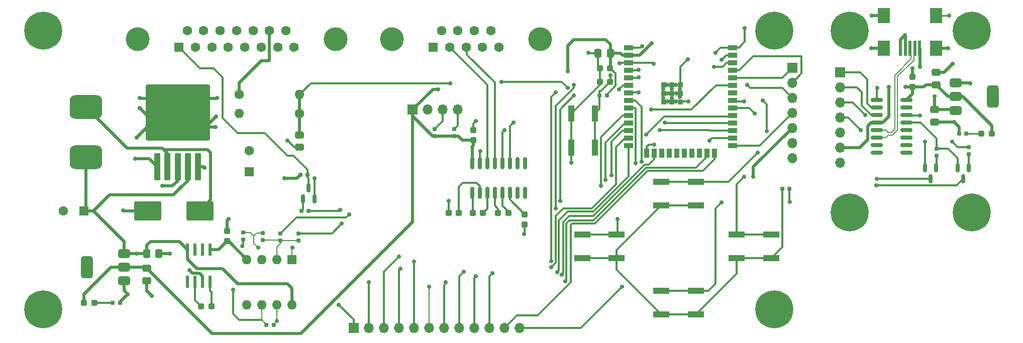
<source format=gbr>
%TF.GenerationSoftware,KiCad,Pcbnew,8.0.4*%
%TF.CreationDate,2024-07-28T20:36:00+02:00*%
%TF.ProjectId,BLDC_driver,424c4443-5f64-4726-9976-65722e6b6963,rev?*%
%TF.SameCoordinates,Original*%
%TF.FileFunction,Copper,L1,Top*%
%TF.FilePolarity,Positive*%
%FSLAX46Y46*%
G04 Gerber Fmt 4.6, Leading zero omitted, Abs format (unit mm)*
G04 Created by KiCad (PCBNEW 8.0.4) date 2024-07-28 20:36:00*
%MOMM*%
%LPD*%
G01*
G04 APERTURE LIST*
G04 Aperture macros list*
%AMRoundRect*
0 Rectangle with rounded corners*
0 $1 Rounding radius*
0 $2 $3 $4 $5 $6 $7 $8 $9 X,Y pos of 4 corners*
0 Add a 4 corners polygon primitive as box body*
4,1,4,$2,$3,$4,$5,$6,$7,$8,$9,$2,$3,0*
0 Add four circle primitives for the rounded corners*
1,1,$1+$1,$2,$3*
1,1,$1+$1,$4,$5*
1,1,$1+$1,$6,$7*
1,1,$1+$1,$8,$9*
0 Add four rect primitives between the rounded corners*
20,1,$1+$1,$2,$3,$4,$5,0*
20,1,$1+$1,$4,$5,$6,$7,0*
20,1,$1+$1,$6,$7,$8,$9,0*
20,1,$1+$1,$8,$9,$2,$3,0*%
G04 Aperture macros list end*
%TA.AperFunction,SMDPad,CuDef*%
%ADD10R,0.500000X2.500000*%
%TD*%
%TA.AperFunction,SMDPad,CuDef*%
%ADD11R,2.000000X2.500000*%
%TD*%
%TA.AperFunction,SMDPad,CuDef*%
%ADD12R,2.800000X1.000000*%
%TD*%
%TA.AperFunction,SMDPad,CuDef*%
%ADD13R,1.000000X2.800000*%
%TD*%
%TA.AperFunction,ComponentPad*%
%ADD14R,1.700000X1.700000*%
%TD*%
%TA.AperFunction,ComponentPad*%
%ADD15O,1.700000X1.700000*%
%TD*%
%TA.AperFunction,SMDPad,CuDef*%
%ADD16RoundRect,0.160000X0.160000X-0.197500X0.160000X0.197500X-0.160000X0.197500X-0.160000X-0.197500X0*%
%TD*%
%TA.AperFunction,SMDPad,CuDef*%
%ADD17RoundRect,0.375000X-0.625000X-0.375000X0.625000X-0.375000X0.625000X0.375000X-0.625000X0.375000X0*%
%TD*%
%TA.AperFunction,SMDPad,CuDef*%
%ADD18RoundRect,0.500000X-0.500000X-1.400000X0.500000X-1.400000X0.500000X1.400000X-0.500000X1.400000X0*%
%TD*%
%TA.AperFunction,SMDPad,CuDef*%
%ADD19RoundRect,0.375000X0.625000X0.375000X-0.625000X0.375000X-0.625000X-0.375000X0.625000X-0.375000X0*%
%TD*%
%TA.AperFunction,SMDPad,CuDef*%
%ADD20RoundRect,0.500000X0.500000X1.400000X-0.500000X1.400000X-0.500000X-1.400000X0.500000X-1.400000X0*%
%TD*%
%TA.AperFunction,SMDPad,CuDef*%
%ADD21RoundRect,0.250000X-2.000000X1.400000X-2.000000X-1.400000X2.000000X-1.400000X2.000000X1.400000X0*%
%TD*%
%TA.AperFunction,SMDPad,CuDef*%
%ADD22R,0.900000X0.900000*%
%TD*%
%TA.AperFunction,SMDPad,CuDef*%
%ADD23R,1.500000X0.900000*%
%TD*%
%TA.AperFunction,SMDPad,CuDef*%
%ADD24R,0.900000X1.500000*%
%TD*%
%TA.AperFunction,SMDPad,CuDef*%
%ADD25RoundRect,0.150000X-0.825000X-0.150000X0.825000X-0.150000X0.825000X0.150000X-0.825000X0.150000X0*%
%TD*%
%TA.AperFunction,SMDPad,CuDef*%
%ADD26RoundRect,0.150000X0.150000X-0.850000X0.150000X0.850000X-0.150000X0.850000X-0.150000X-0.850000X0*%
%TD*%
%TA.AperFunction,SMDPad,CuDef*%
%ADD27R,0.600000X2.000000*%
%TD*%
%TA.AperFunction,ComponentPad*%
%ADD28O,1.600000X1.600000*%
%TD*%
%TA.AperFunction,ComponentPad*%
%ADD29R,1.600000X1.600000*%
%TD*%
%TA.AperFunction,SMDPad,CuDef*%
%ADD30RoundRect,0.250000X0.300000X-2.050000X0.300000X2.050000X-0.300000X2.050000X-0.300000X-2.050000X0*%
%TD*%
%TA.AperFunction,SMDPad,CuDef*%
%ADD31RoundRect,0.250000X2.375000X-2.025000X2.375000X2.025000X-2.375000X2.025000X-2.375000X-2.025000X0*%
%TD*%
%TA.AperFunction,SMDPad,CuDef*%
%ADD32RoundRect,0.250002X5.149998X-4.449998X5.149998X4.449998X-5.149998X4.449998X-5.149998X-4.449998X0*%
%TD*%
%TA.AperFunction,SMDPad,CuDef*%
%ADD33RoundRect,0.160000X0.197500X0.160000X-0.197500X0.160000X-0.197500X-0.160000X0.197500X-0.160000X0*%
%TD*%
%TA.AperFunction,SMDPad,CuDef*%
%ADD34RoundRect,0.160000X-0.197500X-0.160000X0.197500X-0.160000X0.197500X0.160000X-0.197500X0.160000X0*%
%TD*%
%TA.AperFunction,SMDPad,CuDef*%
%ADD35RoundRect,0.160000X-0.160000X0.197500X-0.160000X-0.197500X0.160000X-0.197500X0.160000X0.197500X0*%
%TD*%
%TA.AperFunction,ComponentPad*%
%ADD36C,1.600000*%
%TD*%
%TA.AperFunction,SMDPad,CuDef*%
%ADD37RoundRect,0.150000X-0.150000X0.587500X-0.150000X-0.587500X0.150000X-0.587500X0.150000X0.587500X0*%
%TD*%
%TA.AperFunction,SMDPad,CuDef*%
%ADD38RoundRect,0.150000X0.150000X-0.587500X0.150000X0.587500X-0.150000X0.587500X-0.150000X-0.587500X0*%
%TD*%
%TA.AperFunction,SMDPad,CuDef*%
%ADD39RoundRect,1.000000X-1.750000X1.000000X-1.750000X-1.000000X1.750000X-1.000000X1.750000X1.000000X0*%
%TD*%
%TA.AperFunction,ComponentPad*%
%ADD40C,4.000000*%
%TD*%
%TA.AperFunction,ComponentPad*%
%ADD41C,0.800000*%
%TD*%
%TA.AperFunction,ComponentPad*%
%ADD42C,6.400000*%
%TD*%
%TA.AperFunction,SMDPad,CuDef*%
%ADD43RoundRect,0.237500X-0.287500X-0.237500X0.287500X-0.237500X0.287500X0.237500X-0.287500X0.237500X0*%
%TD*%
%TA.AperFunction,SMDPad,CuDef*%
%ADD44RoundRect,0.237500X0.287500X0.237500X-0.287500X0.237500X-0.287500X-0.237500X0.287500X-0.237500X0*%
%TD*%
%TA.AperFunction,SMDPad,CuDef*%
%ADD45RoundRect,0.237500X0.237500X-0.300000X0.237500X0.300000X-0.237500X0.300000X-0.237500X-0.300000X0*%
%TD*%
%TA.AperFunction,SMDPad,CuDef*%
%ADD46RoundRect,0.250000X0.475000X-0.337500X0.475000X0.337500X-0.475000X0.337500X-0.475000X-0.337500X0*%
%TD*%
%TA.AperFunction,SMDPad,CuDef*%
%ADD47RoundRect,0.250000X-0.475000X0.337500X-0.475000X-0.337500X0.475000X-0.337500X0.475000X0.337500X0*%
%TD*%
%TA.AperFunction,SMDPad,CuDef*%
%ADD48RoundRect,0.237500X-0.237500X0.300000X-0.237500X-0.300000X0.237500X-0.300000X0.237500X0.300000X0*%
%TD*%
%TA.AperFunction,SMDPad,CuDef*%
%ADD49RoundRect,0.237500X0.300000X0.237500X-0.300000X0.237500X-0.300000X-0.237500X0.300000X-0.237500X0*%
%TD*%
%TA.AperFunction,SMDPad,CuDef*%
%ADD50RoundRect,0.237500X-0.300000X-0.237500X0.300000X-0.237500X0.300000X0.237500X-0.300000X0.237500X0*%
%TD*%
%TA.AperFunction,SMDPad,CuDef*%
%ADD51RoundRect,0.250000X-0.337500X-0.475000X0.337500X-0.475000X0.337500X0.475000X-0.337500X0.475000X0*%
%TD*%
%TA.AperFunction,SMDPad,CuDef*%
%ADD52RoundRect,0.250000X0.337500X0.475000X-0.337500X0.475000X-0.337500X-0.475000X0.337500X-0.475000X0*%
%TD*%
%TA.AperFunction,ViaPad*%
%ADD53C,0.700000*%
%TD*%
%TA.AperFunction,Conductor*%
%ADD54C,0.300000*%
%TD*%
%TA.AperFunction,Conductor*%
%ADD55C,0.500000*%
%TD*%
%TA.AperFunction,Conductor*%
%ADD56C,0.200000*%
%TD*%
%TA.AperFunction,Conductor*%
%ADD57C,0.250000*%
%TD*%
G04 APERTURE END LIST*
D10*
%TO.P,J7,1,VBUS*%
%TO.N,/+5V USB*%
X198450000Y-57600000D03*
%TO.P,J7,2,D-*%
%TO.N,/D-*%
X197650000Y-57600000D03*
%TO.P,J7,3,D+*%
%TO.N,/D+*%
X196850000Y-57600000D03*
%TO.P,J7,4,ID*%
%TO.N,GND1*%
X196050000Y-57600000D03*
%TO.P,J7,5,GND*%
X195250000Y-57600000D03*
D11*
%TO.P,J7,6,Shield*%
X201250000Y-57600000D03*
X201250000Y-52100000D03*
X192450000Y-57600000D03*
X192450000Y-52100000D03*
%TD*%
D12*
%TO.P,SW5,1,1*%
%TO.N,/SW4*%
X141615000Y-88975000D03*
X147415000Y-88975000D03*
%TO.P,SW5,2,2*%
%TO.N,Net-(R11-Pad1)*%
X141615000Y-92975000D03*
X147415000Y-92975000D03*
%TD*%
%TO.P,SW4,1,1*%
%TO.N,/SW3*%
X167650000Y-88975000D03*
X173450000Y-88975000D03*
%TO.P,SW4,2,2*%
%TO.N,Net-(R11-Pad1)*%
X167650000Y-92975000D03*
X173450000Y-92975000D03*
%TD*%
%TO.P,SW3,1,1*%
%TO.N,/SW2*%
X154950000Y-98500000D03*
X160750000Y-98500000D03*
%TO.P,SW3,2,2*%
%TO.N,Net-(R11-Pad1)*%
X154950000Y-102500000D03*
X160750000Y-102500000D03*
%TD*%
%TO.P,SW2,1,1*%
%TO.N,/SW1*%
X154950000Y-80085000D03*
X160750000Y-80085000D03*
%TO.P,SW2,2,2*%
%TO.N,Net-(R11-Pad1)*%
X154950000Y-84085000D03*
X160750000Y-84085000D03*
%TD*%
D13*
%TO.P,RESET,1,1*%
%TO.N,GND*%
X139764000Y-74380000D03*
X139764000Y-68580000D03*
%TO.P,RESET,2,2*%
%TO.N,/EN*%
X143764000Y-74380000D03*
X143764000Y-68580000D03*
%TD*%
D14*
%TO.P,J4,1,Pin_1*%
%TO.N,/IO32*%
X103090000Y-104750000D03*
D15*
%TO.P,J4,2,Pin_2*%
%TO.N,/IO33*%
X105630000Y-104750000D03*
%TO.P,J4,3,Pin_3*%
%TO.N,/IO35*%
X108170000Y-104750000D03*
%TO.P,J4,4,Pin_4*%
%TO.N,/IO36*%
X110710000Y-104750000D03*
%TO.P,J4,5,Pin_5*%
%TO.N,/IO39*%
X113250000Y-104750000D03*
%TO.P,J4,6,Pin_6*%
%TO.N,/CTRL*%
X115790000Y-104750000D03*
%TO.P,J4,7,Pin_7*%
%TO.N,/IO15*%
X118330000Y-104750000D03*
%TO.P,J4,8,Pin_8*%
%TO.N,/IO14*%
X120870000Y-104750000D03*
%TO.P,J4,9,Pin_9*%
%TO.N,/IO13*%
X123410000Y-104750000D03*
%TO.P,J4,10,Pin_10*%
%TO.N,/IO12*%
X125950000Y-104750000D03*
%TO.P,J4,11,Pin_11*%
%TO.N,/IO2*%
X128490000Y-104750000D03*
%TO.P,J4,12,Pin_12*%
%TO.N,/IO4*%
X131030000Y-104750000D03*
%TD*%
D16*
%TO.P,R17,1*%
%TO.N,+3.3V*%
X120000000Y-72445000D03*
%TO.P,R17,2*%
%TO.N,/SDA*%
X120000000Y-71250000D03*
%TD*%
%TO.P,R16,1*%
%TO.N,+3.3V*%
X116750000Y-72445000D03*
%TO.P,R16,2*%
%TO.N,/SCL*%
X116750000Y-71250000D03*
%TD*%
D17*
%TO.P,U7,1,GND*%
%TO.N,GND1*%
X204495000Y-63450000D03*
%TO.P,U7,2,VO*%
%TO.N,/+3.3V USB*%
X204495000Y-65750000D03*
%TO.P,U7,3,VI*%
%TO.N,/+5V USB*%
X204495000Y-68050000D03*
D18*
%TO.P,U7,4*%
%TO.N,N/C*%
X210795000Y-65750000D03*
%TD*%
D19*
%TO.P,U3,1,GND*%
%TO.N,GND*%
X64400000Y-96800000D03*
%TO.P,U3,2,VO*%
%TO.N,+3.3V*%
X64400000Y-94500000D03*
%TO.P,U3,3,VI*%
%TO.N,+5V*%
X64400000Y-92200000D03*
D20*
%TO.P,U3,4*%
%TO.N,N/C*%
X58100000Y-94500000D03*
%TD*%
D14*
%TO.P,J6,1,Pin_1*%
%TO.N,/U0RX USB*%
X185025000Y-61650000D03*
D15*
%TO.P,J6,2,Pin_2*%
%TO.N,/U0TX USB*%
X185025000Y-64190000D03*
%TO.P,J6,3,Pin_3*%
%TO.N,/EN USB*%
X185025000Y-66730000D03*
%TO.P,J6,4,Pin_4*%
%TO.N,/GPIO0 USB*%
X185025000Y-69270000D03*
%TO.P,J6,5,Pin_5*%
%TO.N,/+5V USB*%
X185025000Y-71810000D03*
%TO.P,J6,6,Pin_6*%
%TO.N,/+3.3V USB*%
X185025000Y-74350000D03*
%TO.P,J6,7,Pin_7*%
%TO.N,GND1*%
X185025000Y-76890000D03*
%TD*%
D21*
%TO.P,D2,2,A*%
%TO.N,GND*%
X68350000Y-85000000D03*
%TO.P,D2,1,K*%
%TO.N,Net-(D2-K)*%
X77150000Y-85000000D03*
%TD*%
D22*
%TO.P,U1,39,GND_THERMAL*%
%TO.N,GND*%
X158100000Y-66610000D03*
X158100000Y-65210000D03*
X158100000Y-63810000D03*
X156700000Y-66610000D03*
X156700000Y-66610000D03*
X156700000Y-65210000D03*
X156700000Y-63810000D03*
X155300000Y-66610000D03*
X155300000Y-66610000D03*
X155300000Y-65210000D03*
X155300000Y-63810000D03*
X155300000Y-63810000D03*
D23*
%TO.P,U1,38,GND*%
X166950000Y-57490000D03*
%TO.P,U1,37,GPIO23*%
%TO.N,/SW2*%
X166950000Y-58760000D03*
%TO.P,U1,36,GPIO22*%
%TO.N,/SCL*%
X166950000Y-60030000D03*
%TO.P,U1,35,U0TXD/GPIO1*%
%TO.N,/U0TX*%
X166950000Y-61300000D03*
%TO.P,U1,34,U0RXD/GPIO3*%
%TO.N,/U0RX*%
X166950000Y-62570000D03*
%TO.P,U1,33,GPIO21*%
%TO.N,/SDA*%
X166950000Y-63840000D03*
%TO.P,U1,32,NC*%
%TO.N,unconnected-(U1-NC-Pad32)*%
X166950000Y-65110000D03*
%TO.P,U1,31,GPIO19*%
%TO.N,/SW3*%
X166950000Y-66380000D03*
%TO.P,U1,30,GPIO18*%
%TO.N,/SW1*%
X166950000Y-67650000D03*
%TO.P,U1,29,GPIO5*%
%TO.N,/SW4*%
X166950000Y-68920000D03*
%TO.P,U1,28,GPIO17*%
%TO.N,/U2TX*%
X166950000Y-70190000D03*
%TO.P,U1,27,GPIO16*%
%TO.N,/U2RX*%
X166950000Y-71460000D03*
%TO.P,U1,26,ADC2_CH0/GPIO4*%
%TO.N,/IO4*%
X166950000Y-72730000D03*
%TO.P,U1,25,GPIO0/BOOT/ADC2_CH1*%
%TO.N,/GPIO0*%
X166950000Y-74000000D03*
D24*
%TO.P,U1,24,ADC2_CH2/GPIO2*%
%TO.N,/IO2*%
X163910000Y-75250000D03*
%TO.P,U1,23,MTDO/GPIO15/ADC2_CH3*%
%TO.N,/IO15*%
X162640000Y-75250000D03*
%TO.P,U1,22,NC*%
%TO.N,unconnected-(U1-NC-Pad22)*%
X161370000Y-75250000D03*
%TO.P,U1,21,NC*%
%TO.N,unconnected-(U1-NC-Pad21)*%
X160100000Y-75250000D03*
%TO.P,U1,20,NC*%
%TO.N,unconnected-(U1-NC-Pad20)*%
X158830000Y-75250000D03*
%TO.P,U1,19,NC*%
%TO.N,unconnected-(U1-NC-Pad19)*%
X157560000Y-75250000D03*
%TO.P,U1,18,NC*%
%TO.N,unconnected-(U1-NC-Pad18)*%
X156290000Y-75250000D03*
%TO.P,U1,17,NC*%
%TO.N,unconnected-(U1-NC-Pad17)*%
X155020000Y-75250000D03*
%TO.P,U1,16,MTCK/GPIO13/ADC2_CH4*%
%TO.N,/IO13*%
X153750000Y-75250000D03*
%TO.P,U1,15,GND*%
%TO.N,GND*%
X152480000Y-75250000D03*
D23*
%TO.P,U1,14,MTDI/GPIO12/ADC2_CH5*%
%TO.N,/IO12*%
X149450000Y-74000000D03*
%TO.P,U1,13,MTMS/GPIO14/ADC2_CH6*%
%TO.N,/IO14*%
X149450000Y-72730000D03*
%TO.P,U1,12,ADC2_CH7/GPIO27*%
%TO.N,/DIR control*%
X149450000Y-71460000D03*
%TO.P,U1,11,DAC_2/ADC2_CH9/GPIO26*%
%TO.N,/DAC2*%
X149450000Y-70190000D03*
%TO.P,U1,10,DAC_1/ADC2_CH8/GPIO25*%
%TO.N,/DAC1*%
X149450000Y-68920000D03*
%TO.P,U1,9,32K_XN/GPIO33/ADC1_CH5*%
%TO.N,/IO33*%
X149450000Y-67650000D03*
%TO.P,U1,8,32K_XP/GPIO32/ADC1_CH4*%
%TO.N,/IO32*%
X149450000Y-66380000D03*
%TO.P,U1,7,GPIO35/ADC1_CH7*%
%TO.N,/IO35*%
X149450000Y-65110000D03*
%TO.P,U1,6,GPIO34/ADC1_CH6*%
%TO.N,/RPM DIVIDED*%
X149450000Y-63840000D03*
%TO.P,U1,5,SENSOR_VN/GPIO39/ADC1_CH3*%
%TO.N,/IO39*%
X149450000Y-62570000D03*
%TO.P,U1,4,SENSOR_VP/GPIO36/ADC1_CH0*%
%TO.N,/IO36*%
X149450000Y-61300000D03*
%TO.P,U1,3,EN/CHIP_PU*%
%TO.N,/EN*%
X149450000Y-60030000D03*
%TO.P,U1,2,3V3*%
%TO.N,+3.3V*%
X149450000Y-58760000D03*
%TO.P,U1,1,GND*%
%TO.N,GND*%
X149450000Y-57490000D03*
%TD*%
D15*
%TO.P,J3,7,Pin_7*%
%TO.N,GND*%
X177000000Y-76115000D03*
%TO.P,J3,6,Pin_6*%
%TO.N,+3.3V*%
X177000000Y-73575000D03*
%TO.P,J3,5,Pin_5*%
%TO.N,+5V*%
X177000000Y-71035000D03*
%TO.P,J3,4,Pin_4*%
%TO.N,/GPIO0*%
X177000000Y-68495000D03*
%TO.P,J3,3,Pin_3*%
%TO.N,/EN*%
X177000000Y-65955000D03*
%TO.P,J3,2,Pin_2*%
%TO.N,/U0TX*%
X177000000Y-63415000D03*
D14*
%TO.P,J3,1,Pin_1*%
%TO.N,/U0RX*%
X177000000Y-60875000D03*
%TD*%
D25*
%TO.P,U8,16,VCC*%
%TO.N,/+3.3V USB*%
X196225000Y-66305000D03*
%TO.P,U8,15,R232*%
%TO.N,unconnected-(U8-R232-Pad15)*%
X196225000Y-67575000D03*
%TO.P,U8,14,~{RTS}*%
%TO.N,/RTS*%
X196225000Y-68845000D03*
%TO.P,U8,13,~{DTR}*%
%TO.N,/DTR*%
X196225000Y-70115000D03*
%TO.P,U8,12,~{DCD}*%
%TO.N,unconnected-(U8-~{DCD}-Pad12)*%
X196225000Y-71385000D03*
%TO.P,U8,11,~{RI}*%
%TO.N,unconnected-(U8-~{RI}-Pad11)*%
X196225000Y-72655000D03*
%TO.P,U8,10,~{DSR}*%
%TO.N,unconnected-(U8-~{DSR}-Pad10)*%
X196225000Y-73925000D03*
%TO.P,U8,9,~{CTS}*%
%TO.N,unconnected-(U8-~{CTS}-Pad9)*%
X196225000Y-75195000D03*
%TO.P,U8,8,NC*%
%TO.N,unconnected-(U8-NC-Pad8)*%
X191275000Y-75195000D03*
%TO.P,U8,7,NC*%
%TO.N,unconnected-(U8-NC-Pad7)*%
X191275000Y-73925000D03*
%TO.P,U8,6,UD-*%
%TO.N,/D-*%
X191275000Y-72655000D03*
%TO.P,U8,5,UD+*%
%TO.N,/D+*%
X191275000Y-71385000D03*
%TO.P,U8,4,V3*%
%TO.N,/+3.3V USB*%
X191275000Y-70115000D03*
%TO.P,U8,3,RXD*%
%TO.N,/U0TX USB*%
X191275000Y-68845000D03*
%TO.P,U8,2,TXD*%
%TO.N,/U0RX USB*%
X191275000Y-67575000D03*
%TO.P,U8,1,GND*%
%TO.N,GND1*%
X191275000Y-66305000D03*
%TD*%
D26*
%TO.P,U6,1,C1+*%
%TO.N,Net-(U6-C1+)*%
X123055000Y-82000000D03*
%TO.P,U6,2,VS+*%
%TO.N,Net-(U6-VS+)*%
X124325000Y-82000000D03*
%TO.P,U6,3,C1-*%
%TO.N,Net-(U6-C1-)*%
X125595000Y-82000000D03*
%TO.P,U6,4,C2+*%
%TO.N,Net-(U6-C2+)*%
X126865000Y-82000000D03*
%TO.P,U6,5,C2-*%
%TO.N,Net-(U6-C2-)*%
X128135000Y-82000000D03*
%TO.P,U6,6,VS-*%
%TO.N,Net-(U6-VS-)*%
X129405000Y-82000000D03*
%TO.P,U6,7,T2OUT*%
%TO.N,unconnected-(U6-T2OUT-Pad7)*%
X130675000Y-82000000D03*
%TO.P,U6,8,R2IN*%
%TO.N,unconnected-(U6-R2IN-Pad8)*%
X131945000Y-82000000D03*
%TO.P,U6,9,R2OUT*%
%TO.N,unconnected-(U6-R2OUT-Pad9)*%
X131945000Y-77000000D03*
%TO.P,U6,10,T2IN*%
%TO.N,unconnected-(U6-T2IN-Pad10)*%
X130675000Y-77000000D03*
%TO.P,U6,11,T1IN*%
%TO.N,/U2TX*%
X129405000Y-77000000D03*
%TO.P,U6,12,R1OUT*%
%TO.N,/U2RX*%
X128135000Y-77000000D03*
%TO.P,U6,13,R1IN*%
%TO.N,/R1IN*%
X126865000Y-77000000D03*
%TO.P,U6,14,T1OUT*%
%TO.N,/T1OUT*%
X125595000Y-77000000D03*
%TO.P,U6,15,GND*%
%TO.N,GND*%
X124325000Y-77000000D03*
%TO.P,U6,16,VCC*%
%TO.N,+3.3V*%
X123055000Y-77000000D03*
%TD*%
D27*
%TO.P,U5,8,V+*%
%TO.N,+5V*%
X75095000Y-91525000D03*
%TO.P,U5,7,OSC*%
%TO.N,unconnected-(U5-OSC-Pad7)*%
X76365000Y-91525000D03*
%TO.P,U5,6,LV*%
%TO.N,unconnected-(U5-LV-Pad6)*%
X77635000Y-91525000D03*
%TO.P,U5,5,VOUT*%
%TO.N,-5V*%
X78905000Y-91525000D03*
%TO.P,U5,4,CAP-*%
%TO.N,Net-(U5-CAP-)*%
X78905000Y-96975000D03*
%TO.P,U5,3,GND*%
%TO.N,GND*%
X77635000Y-96975000D03*
%TO.P,U5,2,CAP+*%
%TO.N,Net-(U5-CAP+)*%
X76365000Y-96975000D03*
%TO.P,U5,1,NC*%
%TO.N,unconnected-(U5-NC-Pad1)*%
X75095000Y-96975000D03*
%TD*%
D28*
%TO.P,U4,8,V+*%
%TO.N,+5V*%
X92700000Y-100820000D03*
%TO.P,U4,7*%
%TO.N,/CTRL*%
X90160000Y-100820000D03*
%TO.P,U4,6,-*%
%TO.N,Net-(U4B--)*%
X87620000Y-100820000D03*
%TO.P,U4,5,+*%
%TO.N,GND*%
X85080000Y-100820000D03*
%TO.P,U4,4,V-*%
%TO.N,-5V*%
X85080000Y-93200000D03*
%TO.P,U4,3,+*%
%TO.N,GND*%
X87620000Y-93200000D03*
%TO.P,U4,2,-*%
%TO.N,Net-(U4A--)*%
X90160000Y-93200000D03*
D29*
%TO.P,U4,1*%
%TO.N,Net-(R5-Pad2)*%
X92700000Y-93200000D03*
%TD*%
D30*
%TO.P,U2,5,~{ON}/OFF*%
%TO.N,GND*%
X76825000Y-77615000D03*
%TO.P,U2,4,FB*%
%TO.N,+5V*%
X75125000Y-77615000D03*
D31*
%TO.P,U2,3,GND*%
%TO.N,GND*%
X76200000Y-66040000D03*
X70650000Y-66040000D03*
D32*
X73425000Y-68465000D03*
D31*
X76200000Y-70890000D03*
X70650000Y-70890000D03*
D30*
X73425000Y-77615000D03*
%TO.P,U2,2,OUT*%
%TO.N,Net-(D2-K)*%
X71725000Y-77615000D03*
%TO.P,U2,1,VIN*%
%TO.N,+24V*%
X70025000Y-77615000D03*
%TD*%
D16*
%TO.P,R15,1*%
%TO.N,Net-(Q3-G)*%
X206737500Y-75485000D03*
%TO.P,R15,2*%
%TO.N,/RTS*%
X206737500Y-74290000D03*
%TD*%
%TO.P,R14,1*%
%TO.N,Net-(Q2-G)*%
X201300000Y-75722500D03*
%TO.P,R14,2*%
%TO.N,/DTR*%
X201300000Y-74527500D03*
%TD*%
D33*
%TO.P,R13,2*%
%TO.N,GND1*%
X205152500Y-72000000D03*
%TO.P,R13,1*%
%TO.N,Net-(D3-K)*%
X206347500Y-72000000D03*
%TD*%
%TO.P,R12,1*%
%TO.N,/DIR control*%
X95490000Y-85011500D03*
%TO.P,R12,2*%
%TO.N,Net-(Q1-G)*%
X94295000Y-85011500D03*
%TD*%
D34*
%TO.P,R11,1*%
%TO.N,Net-(R11-Pad1)*%
X175335000Y-81280000D03*
%TO.P,R11,2*%
%TO.N,GND*%
X176530000Y-81280000D03*
%TD*%
%TO.P,R10,1*%
%TO.N,+5V*%
X94116000Y-78915500D03*
%TO.P,R10,2*%
%TO.N,/DIR*%
X95311000Y-78915500D03*
%TD*%
D35*
%TO.P,R9,2*%
%TO.N,Net-(U4A--)*%
X93750000Y-89988000D03*
%TO.P,R9,1*%
%TO.N,/DAC2*%
X93750000Y-88793000D03*
%TD*%
%TO.P,R8,2*%
%TO.N,Net-(U4B--)*%
X84500000Y-89835500D03*
%TO.P,R8,1*%
%TO.N,Net-(R5-Pad2)*%
X84500000Y-88640500D03*
%TD*%
%TO.P,R7,2*%
%TO.N,Net-(U4A--)*%
X90750000Y-89988000D03*
%TO.P,R7,1*%
%TO.N,/DAC1*%
X90750000Y-88793000D03*
%TD*%
D34*
%TO.P,R6,2*%
%TO.N,/CTRL*%
X89597500Y-104238000D03*
%TO.P,R6,1*%
%TO.N,Net-(U4B--)*%
X88402500Y-104238000D03*
%TD*%
D16*
%TO.P,R5,2*%
%TO.N,Net-(R5-Pad2)*%
X87750000Y-88738000D03*
%TO.P,R5,1*%
%TO.N,Net-(U4A--)*%
X87750000Y-89933000D03*
%TD*%
D34*
%TO.P,R4,1*%
%TO.N,Net-(D1-K)*%
X62500000Y-100500000D03*
%TO.P,R4,2*%
%TO.N,GND*%
X63695000Y-100500000D03*
%TD*%
D36*
%TO.P,R3,1*%
%TO.N,/RPM DIVIDED*%
X93980000Y-68580000D03*
D28*
%TO.P,R3,2*%
%TO.N,GND*%
X83820000Y-68580000D03*
%TD*%
D33*
%TO.P,R2,2*%
%TO.N,/EN*%
X144538100Y-65532000D03*
%TO.P,R2,1*%
%TO.N,+3.3V*%
X145733100Y-65532000D03*
%TD*%
D36*
%TO.P,R1,1*%
%TO.N,/RPM*%
X83820000Y-65405000D03*
D28*
%TO.P,R1,2*%
%TO.N,/RPM DIVIDED*%
X93980000Y-65405000D03*
%TD*%
D37*
%TO.P,Q3,1,G*%
%TO.N,Net-(Q3-G)*%
X206750000Y-77750000D03*
%TO.P,Q3,2,S*%
%TO.N,/DTR*%
X204850000Y-77750000D03*
%TO.P,Q3,3,D*%
%TO.N,/GPIO0 USB*%
X205800000Y-79625000D03*
%TD*%
%TO.P,Q2,1,G*%
%TO.N,Net-(Q2-G)*%
X201250000Y-77750000D03*
%TO.P,Q2,2,S*%
%TO.N,/RTS*%
X199350000Y-77750000D03*
%TO.P,Q2,3,D*%
%TO.N,/EN USB*%
X200300000Y-79625000D03*
%TD*%
D38*
%TO.P,Q1,1,G*%
%TO.N,Net-(Q1-G)*%
X94554000Y-82979500D03*
%TO.P,Q1,2,S*%
%TO.N,GND*%
X96454000Y-82979500D03*
%TO.P,Q1,3,D*%
%TO.N,/DIR*%
X95504000Y-81104500D03*
%TD*%
D39*
%TO.P,L1,2,2*%
%TO.N,+5V*%
X58000000Y-76000000D03*
%TO.P,L1,1,1*%
%TO.N,Net-(D2-K)*%
X58000000Y-67500000D03*
%TD*%
D40*
%TO.P,J5,0,PAD*%
%TO.N,GND*%
X134535000Y-56030000D03*
X109535000Y-56030000D03*
D29*
%TO.P,J5,1,1*%
%TO.N,unconnected-(J5-Pad1)*%
X116495000Y-57450000D03*
D36*
%TO.P,J5,2,2*%
%TO.N,/T1OUT*%
X119265000Y-57450000D03*
%TO.P,J5,3,3*%
%TO.N,/R1IN*%
X122035000Y-57450000D03*
%TO.P,J5,4,4*%
%TO.N,unconnected-(J5-Pad4)*%
X124805000Y-57450000D03*
%TO.P,J5,5,5*%
%TO.N,GND*%
X127575000Y-57450000D03*
%TO.P,J5,6,6*%
%TO.N,unconnected-(J5-Pad6)*%
X117880000Y-54610000D03*
%TO.P,J5,7,7*%
%TO.N,unconnected-(J5-Pad7)*%
X120650000Y-54610000D03*
%TO.P,J5,8,8*%
%TO.N,unconnected-(J5-Pad8)*%
X123420000Y-54610000D03*
%TO.P,J5,9,9*%
%TO.N,unconnected-(J5-Pad9)*%
X126190000Y-54610000D03*
%TD*%
D14*
%TO.P,J2,1,Pin_1*%
%TO.N,+3.3V*%
X113030000Y-67945000D03*
D15*
%TO.P,J2,2,Pin_2*%
%TO.N,GND*%
X115570000Y-67945000D03*
%TO.P,J2,3,Pin_3*%
%TO.N,/SCL*%
X118110000Y-67945000D03*
%TO.P,J2,4,Pin_4*%
%TO.N,/SDA*%
X120650000Y-67945000D03*
%TD*%
D41*
%TO.P,H4,1,1*%
%TO.N,GND*%
X171590000Y-101600000D03*
X172292944Y-99902944D03*
X172292944Y-103297056D03*
X173990000Y-99200000D03*
D42*
X173990000Y-101600000D03*
D41*
X173990000Y-104000000D03*
X175687056Y-99902944D03*
X175687056Y-103297056D03*
X176390000Y-101600000D03*
%TD*%
%TO.P,H3,1,1*%
%TO.N,GND*%
X171590000Y-54610000D03*
X172292944Y-52912944D03*
X172292944Y-56307056D03*
X173990000Y-52210000D03*
D42*
X173990000Y-54610000D03*
D41*
X173990000Y-57010000D03*
X175687056Y-52912944D03*
X175687056Y-56307056D03*
X176390000Y-54610000D03*
%TD*%
%TO.P,H8,1,1*%
%TO.N,GND1*%
X209617944Y-85250000D03*
X208915000Y-86947056D03*
X208915000Y-83552944D03*
X207217944Y-87650000D03*
D42*
X207217944Y-85250000D03*
D41*
X207217944Y-82850000D03*
X205520888Y-86947056D03*
X205520888Y-83552944D03*
X204817944Y-85250000D03*
%TD*%
%TO.P,H7,1,1*%
%TO.N,GND1*%
X204817944Y-54610000D03*
X205520888Y-52912944D03*
X205520888Y-56307056D03*
X207217944Y-52210000D03*
D42*
X207217944Y-54610000D03*
D41*
X207217944Y-57010000D03*
X208915000Y-52912944D03*
X208915000Y-56307056D03*
X209617944Y-54610000D03*
%TD*%
%TO.P,H2,1,1*%
%TO.N,GND*%
X48400000Y-54610000D03*
X49102944Y-52912944D03*
X49102944Y-56307056D03*
X50800000Y-52210000D03*
D42*
X50800000Y-54610000D03*
D41*
X50800000Y-57010000D03*
X52497056Y-52912944D03*
X52497056Y-56307056D03*
X53200000Y-54610000D03*
%TD*%
%TO.P,H1,1,1*%
%TO.N,GND*%
X53200000Y-101600000D03*
X52497056Y-103297056D03*
X52497056Y-99902944D03*
X50800000Y-104000000D03*
D42*
X50800000Y-101600000D03*
D41*
X50800000Y-99200000D03*
X49102944Y-103297056D03*
X49102944Y-99902944D03*
X48400000Y-101600000D03*
%TD*%
%TO.P,H6,1,1*%
%TO.N,GND1*%
X184290000Y-54610000D03*
X184992944Y-52912944D03*
X184992944Y-56307056D03*
X186690000Y-52210000D03*
D42*
X186690000Y-54610000D03*
D41*
X186690000Y-57010000D03*
X188387056Y-52912944D03*
X188387056Y-56307056D03*
X189090000Y-54610000D03*
%TD*%
%TO.P,H5,1,1*%
%TO.N,GND1*%
X189090000Y-85250000D03*
X188387056Y-86947056D03*
X188387056Y-83552944D03*
X186690000Y-87650000D03*
D42*
X186690000Y-85250000D03*
D41*
X186690000Y-82850000D03*
X184992944Y-86947056D03*
X184992944Y-83552944D03*
X184290000Y-85250000D03*
%TD*%
D43*
%TO.P,D3,2,A*%
%TO.N,/+3.3V USB*%
X210625000Y-72000000D03*
%TO.P,D3,1,K*%
%TO.N,Net-(D3-K)*%
X208875000Y-72000000D03*
%TD*%
D44*
%TO.P,D1,1,K*%
%TO.N,Net-(D1-K)*%
X59375000Y-100500000D03*
%TO.P,D1,2,A*%
%TO.N,+3.3V*%
X57625000Y-100500000D03*
%TD*%
D45*
%TO.P,C19,1*%
%TO.N,/+3.3V USB*%
X197250000Y-64112500D03*
%TO.P,C19,2*%
%TO.N,GND1*%
X197250000Y-62387500D03*
%TD*%
D46*
%TO.P,C18,1*%
%TO.N,/+3.3V USB*%
X201250000Y-63750000D03*
%TO.P,C18,2*%
%TO.N,GND1*%
X201250000Y-61675000D03*
%TD*%
D47*
%TO.P,C17,2*%
%TO.N,GND1*%
X201000000Y-70037500D03*
%TO.P,C17,1*%
%TO.N,/+5V USB*%
X201000000Y-67962500D03*
%TD*%
D48*
%TO.P,C16,1*%
%TO.N,Net-(U6-VS-)*%
X131915000Y-85590000D03*
%TO.P,C16,2*%
%TO.N,GND*%
X131915000Y-87315000D03*
%TD*%
D49*
%TO.P,C15,1*%
%TO.N,Net-(U6-VS+)*%
X120787500Y-85378000D03*
%TO.P,C15,2*%
%TO.N,GND*%
X119062500Y-85378000D03*
%TD*%
D50*
%TO.P,C14,1*%
%TO.N,Net-(U6-C1+)*%
X123137500Y-85378000D03*
%TO.P,C14,2*%
%TO.N,Net-(U6-C1-)*%
X124862500Y-85378000D03*
%TD*%
%TO.P,C13,1*%
%TO.N,Net-(U6-C2+)*%
X127422000Y-85378000D03*
%TO.P,C13,2*%
%TO.N,Net-(U6-C2-)*%
X129147000Y-85378000D03*
%TD*%
D45*
%TO.P,C12,1*%
%TO.N,+3.3V*%
X123250000Y-73112500D03*
%TO.P,C12,2*%
%TO.N,GND*%
X123250000Y-71387500D03*
%TD*%
D36*
%TO.P,C11,2*%
%TO.N,GND*%
X54152651Y-85000000D03*
D29*
%TO.P,C11,1*%
%TO.N,+5V*%
X57652651Y-85000000D03*
%TD*%
D49*
%TO.P,C10,2*%
%TO.N,GND*%
X144579000Y-63246000D03*
%TO.P,C10,1*%
%TO.N,/EN*%
X146304000Y-63246000D03*
%TD*%
D36*
%TO.P,C9,2*%
%TO.N,GND*%
X85500000Y-74902651D03*
D29*
%TO.P,C9,1*%
%TO.N,+24V*%
X85500000Y-78402651D03*
%TD*%
D50*
%TO.P,C8,1*%
%TO.N,Net-(U5-CAP+)*%
X77387500Y-101112500D03*
%TO.P,C8,2*%
%TO.N,Net-(U5-CAP-)*%
X79112500Y-101112500D03*
%TD*%
D47*
%TO.P,C6,1*%
%TO.N,/RPM DIVIDED*%
X93980000Y-72212500D03*
%TO.P,C6,2*%
%TO.N,GND*%
X93980000Y-74287500D03*
%TD*%
%TO.P,C5,1*%
%TO.N,+3.3V*%
X68250000Y-94712500D03*
%TO.P,C5,2*%
%TO.N,GND*%
X68250000Y-96787500D03*
%TD*%
D51*
%TO.P,C4,1*%
%TO.N,+5V*%
X68212500Y-92250000D03*
%TO.P,C4,2*%
%TO.N,GND*%
X70287500Y-92250000D03*
%TD*%
D48*
%TO.P,C3,1*%
%TO.N,GND*%
X81750000Y-88387500D03*
%TO.P,C3,2*%
%TO.N,-5V*%
X81750000Y-90112500D03*
%TD*%
D49*
%TO.P,C2,2*%
%TO.N,GND*%
X144579000Y-60960000D03*
%TO.P,C2,1*%
%TO.N,+3.3V*%
X146304000Y-60960000D03*
%TD*%
D52*
%TO.P,C1,2*%
%TO.N,GND*%
X144272000Y-58420000D03*
%TO.P,C1,1*%
%TO.N,+3.3V*%
X146347000Y-58420000D03*
%TD*%
D40*
%TO.P,J1,0,PAD*%
%TO.N,GND*%
X100010000Y-56030000D03*
X66710000Y-56030000D03*
D29*
%TO.P,J1,1,1*%
%TO.N,/DIR*%
X73665000Y-57450000D03*
D36*
%TO.P,J1,2,2*%
%TO.N,unconnected-(J1-Pad2)*%
X76435000Y-57450000D03*
%TO.P,J1,3,3*%
%TO.N,unconnected-(J1-Pad3)*%
X79205000Y-57450000D03*
%TO.P,J1,4,4*%
%TO.N,unconnected-(J1-Pad4)*%
X81975000Y-57450000D03*
%TO.P,J1,5,5*%
%TO.N,unconnected-(J1-Pad5)*%
X84745000Y-57450000D03*
%TO.P,J1,6,6*%
%TO.N,unconnected-(J1-Pad6)*%
X87515000Y-57450000D03*
%TO.P,J1,7,7*%
%TO.N,unconnected-(J1-Pad7)*%
X90285000Y-57450000D03*
%TO.P,J1,8,8*%
%TO.N,unconnected-(J1-Pad8)*%
X93055000Y-57450000D03*
%TO.P,J1,9,P9*%
%TO.N,/CTRL*%
X75050000Y-54610000D03*
%TO.P,J1,10,P10*%
%TO.N,unconnected-(J1-P10-Pad10)*%
X77820000Y-54610000D03*
%TO.P,J1,11,P111*%
%TO.N,unconnected-(J1-P111-Pad11)*%
X80590000Y-54610000D03*
%TO.P,J1,12,P12*%
%TO.N,GND*%
X83360000Y-54610000D03*
%TO.P,J1,13,P13*%
%TO.N,+24V*%
X86130000Y-54610000D03*
%TO.P,J1,14,P14*%
%TO.N,/RPM*%
X88900000Y-54610000D03*
%TO.P,J1,15,P15*%
%TO.N,unconnected-(J1-P15-Pad15)*%
X91670000Y-54610000D03*
%TD*%
D53*
%TO.N,GND*%
X80060800Y-65989200D03*
X79908400Y-69088000D03*
X79857600Y-70866000D03*
X67005200Y-67665600D03*
X67056000Y-65989200D03*
%TO.N,GND1*%
X204317600Y-70053200D03*
%TO.N,GND*%
X64211200Y-84937600D03*
X139801600Y-76911200D03*
X142646400Y-58369200D03*
%TO.N,/EN*%
X146354800Y-62128400D03*
X147929600Y-60096400D03*
%TO.N,GND*%
X172720000Y-71577200D03*
X169011600Y-54203600D03*
X176631600Y-83464400D03*
X159512000Y-66598800D03*
X159410400Y-59436000D03*
X153771600Y-73812400D03*
X164084000Y-58318400D03*
X151681914Y-57244714D03*
X156006800Y-65176400D03*
X157429200Y-65176400D03*
X156718000Y-65938400D03*
X156006800Y-66598800D03*
X157378400Y-66598800D03*
X158089600Y-65836800D03*
X158089600Y-64516000D03*
X157378400Y-63804800D03*
X155905200Y-63804800D03*
X156718000Y-64465200D03*
X155295600Y-64465200D03*
X155295600Y-65989200D03*
X123698000Y-69850000D03*
X124460000Y-74930000D03*
X131826000Y-88900000D03*
X119126000Y-83312000D03*
%TO.N,Net-(U4B--)*%
X84328000Y-90932000D03*
X82804000Y-98298000D03*
%TO.N,GND*%
X82042000Y-86360000D03*
X65024000Y-99060000D03*
X69088000Y-99314000D03*
X72136000Y-92202000D03*
X75438000Y-94996000D03*
X70866000Y-80772000D03*
X77978000Y-77724000D03*
X66548000Y-72644000D03*
X96520000Y-79502000D03*
X91948000Y-73152000D03*
%TO.N,/IO32*%
X100584000Y-100838000D03*
X151638000Y-76708000D03*
%TO.N,/IO39*%
X113284000Y-93615000D03*
X137160000Y-84582000D03*
X140208000Y-63754000D03*
X151130000Y-62484000D03*
%TO.N,/RPM DIVIDED*%
X119380000Y-63500000D03*
X139192000Y-64262000D03*
X147828000Y-64516000D03*
X128016000Y-63246000D03*
%TO.N,/IO36*%
X110998000Y-94742000D03*
X136398000Y-93472000D03*
X137160000Y-65024000D03*
X151130000Y-61214000D03*
%TO.N,/IO33*%
X105664000Y-97028000D03*
X150622000Y-76962000D03*
%TO.N,/DAC1*%
X102362000Y-85598000D03*
X144780000Y-80772000D03*
%TO.N,/DAC2*%
X145542000Y-79756000D03*
%TO.N,/DIR control*%
X100838000Y-84836000D03*
X146558000Y-78994000D03*
%TO.N,/IO14*%
X121666000Y-95250000D03*
X136398000Y-94488000D03*
%TO.N,/IO12*%
X126492000Y-95504000D03*
X137371014Y-95355507D03*
%TO.N,/IO13*%
X123698000Y-96012000D03*
X138176000Y-95758000D03*
%TO.N,/IO15*%
X118618000Y-97028000D03*
X138746000Y-96914025D03*
%TO.N,/SCL*%
X163830000Y-60706000D03*
%TO.N,/SDA*%
X153263600Y-67945000D03*
%TO.N,/SW2*%
X165100000Y-59560000D03*
%TO.N,/IO4*%
X148336000Y-97790000D03*
X163068000Y-73152000D03*
%TO.N,/SW2*%
X165100000Y-83566000D03*
%TO.N,/SW4*%
X147574000Y-86360000D03*
X152400000Y-72136000D03*
%TO.N,/SW3*%
X168910000Y-79248000D03*
X168910000Y-66548000D03*
%TO.N,/SW1*%
X171196000Y-75184000D03*
X170688000Y-68580000D03*
%TO.N,/EN*%
X153670000Y-60198000D03*
X169418000Y-63754000D03*
%TO.N,+5V*%
X170434000Y-79248000D03*
X66548000Y-92200000D03*
%TO.N,+3.3V*%
X153289000Y-56769000D03*
X139192000Y-61468000D03*
X117348000Y-64516000D03*
%TO.N,/CTRL*%
X115824000Y-97790000D03*
X90160000Y-103578000D03*
%TO.N,+24V*%
X66294000Y-76200000D03*
%TO.N,+5V*%
X91440000Y-79502000D03*
X74014000Y-81026000D03*
%TO.N,/U2TX*%
X130048000Y-70104000D03*
X155549600Y-70104000D03*
%TO.N,/U2RX*%
X128524000Y-71374000D03*
X154686000Y-71374000D03*
%TO.N,/GPIO0 USB*%
X191112500Y-80712500D03*
%TO.N,/EN USB*%
X191250000Y-79625000D03*
%TO.N,Net-(R5-Pad2)*%
X92750000Y-91238000D03*
X87000000Y-91238000D03*
%TO.N,GND1*%
X204000000Y-60250000D03*
%TO.N,/+5V USB*%
X201000000Y-65750000D03*
X198500000Y-60750000D03*
%TO.N,/EN USB*%
X189282525Y-68817475D03*
%TO.N,GND1*%
X191300000Y-64300000D03*
%TO.N,/+3.3V USB*%
X193300000Y-64100000D03*
X196100000Y-64100000D03*
%TO.N,/RTS*%
X203900000Y-73300000D03*
X199350000Y-73300000D03*
X198500000Y-68900000D03*
%TO.N,GND1*%
X196000000Y-55400000D03*
X203300000Y-57600000D03*
X190300000Y-57600000D03*
X190400000Y-52100000D03*
X203400000Y-52100000D03*
X207000000Y-63500000D03*
X197250000Y-61000000D03*
%TO.N,/GPIO0 USB*%
X188500000Y-71374000D03*
%TO.N,/DAC2*%
X101092000Y-87122000D03*
%TO.N,/IO35*%
X151130000Y-65024000D03*
X110744000Y-92710000D03*
X137860000Y-83312000D03*
X140208000Y-65532000D03*
%TO.N,GND*%
X172008800Y-66395600D03*
%TD*%
D54*
%TO.N,/GPIO0 USB*%
X188500000Y-71374000D02*
X186376000Y-69250000D01*
X186376000Y-69250000D02*
X185000000Y-69250000D01*
D55*
%TO.N,GND*%
X80010000Y-66040000D02*
X80060800Y-65989200D01*
X76200000Y-66040000D02*
X80010000Y-66040000D01*
X78106400Y-70890000D02*
X79908400Y-69088000D01*
X76200000Y-70890000D02*
X78106400Y-70890000D01*
X79833600Y-70890000D02*
X79857600Y-70866000D01*
X70650000Y-70890000D02*
X79833600Y-70890000D01*
X70229600Y-70890000D02*
X67005200Y-67665600D01*
X70650000Y-70890000D02*
X70229600Y-70890000D01*
X67106800Y-66040000D02*
X67056000Y-65989200D01*
X70650000Y-66040000D02*
X67106800Y-66040000D01*
D54*
X158111200Y-66598800D02*
X158100000Y-66610000D01*
X159512000Y-66598800D02*
X158111200Y-66598800D01*
D55*
%TO.N,GND1*%
X204303200Y-70053200D02*
X204250000Y-70000000D01*
X204317600Y-70053200D02*
X204303200Y-70053200D01*
X204317600Y-70067600D02*
X204317600Y-70053200D01*
%TO.N,GND*%
X64273600Y-85000000D02*
X64211200Y-84937600D01*
X68350000Y-85000000D02*
X64273600Y-85000000D01*
D54*
X139764000Y-76873600D02*
X139801600Y-76911200D01*
X139764000Y-74380000D02*
X139764000Y-76873600D01*
X142697200Y-58420000D02*
X142646400Y-58369200D01*
X144272000Y-58420000D02*
X142697200Y-58420000D01*
X144272000Y-60653000D02*
X144579000Y-60960000D01*
X144272000Y-58420000D02*
X144272000Y-60653000D01*
X144579000Y-63246000D02*
X144579000Y-60960000D01*
X144579000Y-63765000D02*
X144579000Y-63246000D01*
X139764000Y-68580000D02*
X144579000Y-63765000D01*
%TO.N,/EN*%
X144538100Y-67805900D02*
X143764000Y-68580000D01*
X144538100Y-65532000D02*
X144538100Y-67805900D01*
%TO.N,+3.3V*%
X147191500Y-63961784D02*
X147191500Y-61847500D01*
X147191500Y-61847500D02*
X146304000Y-60960000D01*
X145733100Y-65420184D02*
X147191500Y-63961784D01*
X145733100Y-65532000D02*
X145733100Y-65420184D01*
%TO.N,/EN*%
X144538100Y-64985300D02*
X144538100Y-65532000D01*
X144526000Y-64973200D02*
X144538100Y-64985300D01*
X144526000Y-64820800D02*
X144526000Y-64973200D01*
X144729200Y-64820800D02*
X144526000Y-64820800D01*
X146304000Y-63246000D02*
X144729200Y-64820800D01*
X146354800Y-63195200D02*
X146304000Y-63246000D01*
X146354800Y-62128400D02*
X146354800Y-63195200D01*
X147996000Y-60030000D02*
X147929600Y-60096400D01*
X148400000Y-60030000D02*
X147996000Y-60030000D01*
%TO.N,GND*%
X169011600Y-56489600D02*
X169011600Y-54203600D01*
X168503600Y-56997600D02*
X169011600Y-56489600D01*
X168011200Y-57490000D02*
X168503600Y-56997600D01*
X166950000Y-57490000D02*
X168011200Y-57490000D01*
X176530000Y-83362800D02*
X176631600Y-83464400D01*
X176530000Y-81280000D02*
X176530000Y-83362800D01*
%TO.N,/SDA*%
X164125000Y-63840000D02*
X166950000Y-63840000D01*
X160020000Y-67945000D02*
X164125000Y-63840000D01*
X153263600Y-67945000D02*
X160020000Y-67945000D01*
%TO.N,/U2RX*%
X163154000Y-71460000D02*
X166950000Y-71460000D01*
X163068000Y-71374000D02*
X163154000Y-71460000D01*
X154686000Y-71374000D02*
X163068000Y-71374000D01*
%TO.N,/U2TX*%
X155549600Y-70104000D02*
X155635600Y-70190000D01*
X155635600Y-70190000D02*
X166950000Y-70190000D01*
%TO.N,/SW4*%
X166782000Y-69088000D02*
X155448000Y-69088000D01*
X155448000Y-69088000D02*
X152400000Y-72136000D01*
X166950000Y-68920000D02*
X166782000Y-69088000D01*
%TO.N,GND*%
X158100000Y-60746400D02*
X158100000Y-63810000D01*
X159410400Y-59436000D02*
X158100000Y-60746400D01*
X152867600Y-73812400D02*
X153771600Y-73812400D01*
X152480000Y-74200000D02*
X152867600Y-73812400D01*
X152480000Y-75250000D02*
X152480000Y-74200000D01*
X164912400Y-57490000D02*
X164084000Y-58318400D01*
X166950000Y-57490000D02*
X164912400Y-57490000D01*
X151436628Y-57490000D02*
X151681914Y-57244714D01*
X149450000Y-57490000D02*
X151436628Y-57490000D01*
X123250000Y-70298000D02*
X123698000Y-69850000D01*
X123250000Y-71387500D02*
X123250000Y-70298000D01*
X124325000Y-75065000D02*
X124460000Y-74930000D01*
X124325000Y-77000000D02*
X124325000Y-75065000D01*
X131915000Y-88811000D02*
X131826000Y-88900000D01*
X131915000Y-87315000D02*
X131915000Y-88811000D01*
X119062500Y-83375500D02*
X119126000Y-83312000D01*
X119062500Y-85378000D02*
X119062500Y-83375500D01*
%TO.N,Net-(U4B--)*%
X83800000Y-103358000D02*
X87620000Y-103358000D01*
X82804000Y-102362000D02*
X83800000Y-103358000D01*
X82804000Y-98298000D02*
X82804000Y-102362000D01*
X84500000Y-90760000D02*
X84328000Y-90932000D01*
X84500000Y-89835500D02*
X84500000Y-90760000D01*
D55*
%TO.N,GND*%
X81750000Y-86652000D02*
X82042000Y-86360000D01*
X81750000Y-88387500D02*
X81750000Y-86652000D01*
X63695000Y-100389000D02*
X65024000Y-99060000D01*
X63695000Y-100500000D02*
X63695000Y-100389000D01*
X64400000Y-98436000D02*
X65024000Y-99060000D01*
X64400000Y-96800000D02*
X64400000Y-98436000D01*
X68250000Y-98476000D02*
X69088000Y-99314000D01*
X68250000Y-96787500D02*
X68250000Y-98476000D01*
X72088000Y-92250000D02*
X72136000Y-92202000D01*
X70287500Y-92250000D02*
X72088000Y-92250000D01*
X75946000Y-95504000D02*
X75438000Y-94996000D01*
X77094000Y-95504000D02*
X75946000Y-95504000D01*
X77635000Y-96045000D02*
X77094000Y-95504000D01*
X77635000Y-96975000D02*
X77635000Y-96045000D01*
X73425000Y-79915000D02*
X72568000Y-80772000D01*
X72568000Y-80772000D02*
X70866000Y-80772000D01*
X73425000Y-77615000D02*
X73425000Y-79915000D01*
%TO.N,+5V*%
X61954000Y-82296000D02*
X59250000Y-85000000D01*
X72744000Y-82296000D02*
X61954000Y-82296000D01*
X74014000Y-81026000D02*
X72744000Y-82296000D01*
%TO.N,GND*%
X77869000Y-77615000D02*
X77978000Y-77724000D01*
X76825000Y-77615000D02*
X77869000Y-77615000D01*
X68302000Y-70890000D02*
X66548000Y-72644000D01*
X70650000Y-70890000D02*
X68302000Y-70890000D01*
X70650000Y-66040000D02*
X68326000Y-66040000D01*
D54*
X96454000Y-79568000D02*
X96520000Y-79502000D01*
X96454000Y-82979500D02*
X96454000Y-79568000D01*
X93083500Y-74287500D02*
X91948000Y-73152000D01*
X93980000Y-74287500D02*
X93083500Y-74287500D01*
%TO.N,/IO32*%
X100584000Y-100838000D02*
X103090000Y-103344000D01*
X103090000Y-103344000D02*
X103090000Y-104750000D01*
X150500000Y-66380000D02*
X151638000Y-67518000D01*
X151638000Y-67518000D02*
X151638000Y-76708000D01*
X149450000Y-66380000D02*
X150500000Y-66380000D01*
%TO.N,/IO35*%
X149536000Y-65024000D02*
X149450000Y-65110000D01*
X151130000Y-65024000D02*
X149536000Y-65024000D01*
%TO.N,/IO39*%
X113284000Y-93615000D02*
X113250000Y-93649000D01*
X140208000Y-64262000D02*
X137160000Y-67310000D01*
X140208000Y-63754000D02*
X140208000Y-64262000D01*
X137160000Y-67310000D02*
X137160000Y-84582000D01*
X151044000Y-62570000D02*
X151130000Y-62484000D01*
X149450000Y-62570000D02*
X151044000Y-62570000D01*
X113250000Y-93649000D02*
X113250000Y-104750000D01*
D55*
%TO.N,+3.3V*%
X151298000Y-58760000D02*
X149450000Y-58760000D01*
X153289000Y-56769000D02*
X151298000Y-58760000D01*
D54*
%TO.N,/RPM DIVIDED*%
X95885000Y-63500000D02*
X93980000Y-65405000D01*
X119380000Y-63500000D02*
X95885000Y-63500000D01*
X135128000Y-63246000D02*
X128016000Y-63246000D01*
X138176000Y-63246000D02*
X135128000Y-63246000D01*
X139192000Y-64262000D02*
X138176000Y-63246000D01*
X148504000Y-63840000D02*
X147828000Y-64516000D01*
X149450000Y-63840000D02*
X148504000Y-63840000D01*
%TO.N,/IO2*%
X130624000Y-102616000D02*
X128490000Y-104750000D01*
X134112000Y-102616000D02*
X130624000Y-102616000D01*
X139700000Y-87376000D02*
X139700000Y-97028000D01*
X139954000Y-87122000D02*
X139700000Y-87376000D01*
X139700000Y-97028000D02*
X134112000Y-102616000D01*
X143764000Y-87122000D02*
X139954000Y-87122000D01*
X152654000Y-78232000D02*
X143764000Y-87122000D01*
X161978000Y-78232000D02*
X152654000Y-78232000D01*
X163910000Y-75250000D02*
X163910000Y-76300000D01*
X163910000Y-76300000D02*
X161978000Y-78232000D01*
%TO.N,/IO15*%
X138938000Y-97028000D02*
X138859975Y-97028000D01*
X152400000Y-77724000D02*
X143510000Y-86614000D01*
X138938000Y-87122000D02*
X138938000Y-97028000D01*
X160796000Y-77724000D02*
X152400000Y-77724000D01*
X143510000Y-86614000D02*
X139446000Y-86614000D01*
X138859975Y-97028000D02*
X138746000Y-96914025D01*
X162640000Y-75880000D02*
X160796000Y-77724000D01*
X139446000Y-86614000D02*
X138938000Y-87122000D01*
X162640000Y-75250000D02*
X162640000Y-75880000D01*
%TO.N,/IO13*%
X138430000Y-95504000D02*
X138176000Y-95758000D01*
X152146000Y-77216000D02*
X143510000Y-85852000D01*
X139446000Y-85852000D02*
X138430000Y-86868000D01*
X152834000Y-77216000D02*
X152146000Y-77216000D01*
X138430000Y-86868000D02*
X138430000Y-95504000D01*
X153750000Y-76300000D02*
X152834000Y-77216000D01*
X143510000Y-85852000D02*
X139446000Y-85852000D01*
X153750000Y-75250000D02*
X153750000Y-76300000D01*
%TO.N,/IO12*%
X149450000Y-79150000D02*
X149450000Y-74000000D01*
X139192000Y-85090000D02*
X143510000Y-85090000D01*
X143510000Y-85090000D02*
X149450000Y-79150000D01*
X137668000Y-86614000D02*
X139192000Y-85090000D01*
X137668000Y-95058521D02*
X137668000Y-86614000D01*
X137371014Y-95355507D02*
X137668000Y-95058521D01*
%TO.N,/IO14*%
X147320000Y-74230000D02*
X148820000Y-72730000D01*
X148820000Y-72730000D02*
X149450000Y-72730000D01*
X147320000Y-80518000D02*
X147320000Y-74230000D01*
X138430000Y-84582000D02*
X143256000Y-84582000D01*
X137160000Y-85852000D02*
X138430000Y-84582000D01*
X136398000Y-94488000D02*
X137160000Y-93726000D01*
X137160000Y-93726000D02*
X137160000Y-85852000D01*
X143256000Y-84582000D02*
X147320000Y-80518000D01*
%TO.N,/IO36*%
X110998000Y-94742000D02*
X110710000Y-95030000D01*
X136398000Y-65786000D02*
X136398000Y-93472000D01*
X137160000Y-65024000D02*
X136398000Y-65786000D01*
X151044000Y-61300000D02*
X151130000Y-61214000D01*
X149450000Y-61300000D02*
X151044000Y-61300000D01*
X110710000Y-95030000D02*
X110710000Y-104750000D01*
%TO.N,/IO33*%
X105630000Y-97062000D02*
X105630000Y-104750000D01*
X105664000Y-97028000D02*
X105630000Y-97062000D01*
X150622000Y-67772000D02*
X150622000Y-76962000D01*
X150500000Y-67650000D02*
X150622000Y-67772000D01*
X149450000Y-67650000D02*
X150500000Y-67650000D01*
%TO.N,/IO14*%
X121666000Y-95250000D02*
X120870000Y-96046000D01*
X120870000Y-96046000D02*
X120870000Y-104750000D01*
%TO.N,/IO12*%
X126492000Y-95504000D02*
X125950000Y-96046000D01*
X125950000Y-96046000D02*
X125950000Y-104750000D01*
%TO.N,/DAC1*%
X93437000Y-86106000D02*
X90750000Y-88793000D01*
X102362000Y-85598000D02*
X101854000Y-86106000D01*
X101854000Y-86106000D02*
X93437000Y-86106000D01*
%TO.N,/DAC2*%
X101092000Y-87122000D02*
X99421000Y-88793000D01*
X99421000Y-88793000D02*
X93750000Y-88793000D01*
%TO.N,/DAC1*%
X144780000Y-72540000D02*
X144780000Y-80772000D01*
X148400000Y-68920000D02*
X144780000Y-72540000D01*
X149450000Y-68920000D02*
X148400000Y-68920000D01*
%TO.N,/DAC2*%
X145542000Y-73468000D02*
X145542000Y-79756000D01*
X148820000Y-70190000D02*
X145542000Y-73468000D01*
X149450000Y-70190000D02*
X148820000Y-70190000D01*
%TO.N,/DIR control*%
X100838000Y-84836000D02*
X100662500Y-85011500D01*
X100662500Y-85011500D02*
X95490000Y-85011500D01*
X146558000Y-73302000D02*
X146558000Y-78994000D01*
X148400000Y-71460000D02*
X146558000Y-73302000D01*
X149450000Y-71460000D02*
X148400000Y-71460000D01*
%TO.N,/IO13*%
X123410000Y-96300000D02*
X123410000Y-104750000D01*
X123698000Y-96012000D02*
X123410000Y-96300000D01*
%TO.N,/IO15*%
X118330000Y-97570000D02*
X118330000Y-104750000D01*
X118618000Y-97028000D02*
X118618000Y-97282000D01*
X118618000Y-97282000D02*
X118330000Y-97570000D01*
%TO.N,/SCL*%
X163830000Y-60706000D02*
X165224000Y-60706000D01*
X165224000Y-60706000D02*
X165900000Y-60030000D01*
X165900000Y-60030000D02*
X166950000Y-60030000D01*
X118110000Y-69890000D02*
X116750000Y-71250000D01*
X118110000Y-67945000D02*
X118110000Y-69890000D01*
%TO.N,/SDA*%
X120650000Y-70600000D02*
X120000000Y-71250000D01*
X120650000Y-67945000D02*
X120650000Y-70600000D01*
%TO.N,/IO4*%
X163490000Y-72730000D02*
X166950000Y-72730000D01*
X163068000Y-73152000D02*
X163490000Y-72730000D01*
X141376000Y-104750000D02*
X148336000Y-97790000D01*
X131030000Y-104750000D02*
X141376000Y-104750000D01*
%TO.N,Net-(R11-Pad1)*%
X147415000Y-94965000D02*
X147415000Y-92975000D01*
X154950000Y-102500000D02*
X147415000Y-94965000D01*
X167650000Y-95600000D02*
X167650000Y-92975000D01*
X160750000Y-102500000D02*
X167650000Y-95600000D01*
X175335000Y-91090000D02*
X175335000Y-81280000D01*
X173450000Y-92975000D02*
X175335000Y-91090000D01*
%TO.N,/SW2*%
X165100000Y-59560000D02*
X165900000Y-58760000D01*
X164084000Y-84582000D02*
X165100000Y-83566000D01*
X164084000Y-97282000D02*
X164084000Y-84582000D01*
X162866000Y-98500000D02*
X164084000Y-97282000D01*
X160750000Y-98500000D02*
X162866000Y-98500000D01*
X165900000Y-58760000D02*
X166950000Y-58760000D01*
%TO.N,/SW4*%
X147574000Y-88816000D02*
X147415000Y-88975000D01*
X147574000Y-86360000D02*
X147574000Y-88816000D01*
%TO.N,/SW3*%
X167118000Y-66548000D02*
X166950000Y-66380000D01*
X168910000Y-66548000D02*
X167118000Y-66548000D01*
X167650000Y-80508000D02*
X168910000Y-79248000D01*
X167650000Y-88975000D02*
X167650000Y-80508000D01*
%TO.N,/SW1*%
X170688000Y-68580000D02*
X169758000Y-67650000D01*
X169758000Y-67650000D02*
X166950000Y-67650000D01*
X166295000Y-80085000D02*
X171196000Y-75184000D01*
X160750000Y-80085000D02*
X166295000Y-80085000D01*
%TO.N,/EN*%
X153502000Y-60030000D02*
X149450000Y-60030000D01*
X169926000Y-64262000D02*
X169418000Y-63754000D01*
X153670000Y-60198000D02*
X153502000Y-60030000D01*
X175006000Y-64262000D02*
X169926000Y-64262000D01*
X177000000Y-65955000D02*
X175307000Y-64262000D01*
X175307000Y-64262000D02*
X175006000Y-64262000D01*
%TO.N,/U0RX*%
X177000000Y-60875000D02*
X175305000Y-62570000D01*
X175305000Y-62570000D02*
X166950000Y-62570000D01*
%TO.N,/U0TX*%
X168000000Y-61300000D02*
X166950000Y-61300000D01*
X170372000Y-58928000D02*
X168000000Y-61300000D01*
X178562000Y-58928000D02*
X170372000Y-58928000D01*
X178562000Y-61853000D02*
X178562000Y-58928000D01*
X177000000Y-63415000D02*
X178562000Y-61853000D01*
%TO.N,/GPIO0*%
X171495000Y-74000000D02*
X166950000Y-74000000D01*
X177000000Y-68495000D02*
X171495000Y-74000000D01*
D55*
%TO.N,+5V*%
X170434000Y-77601000D02*
X177000000Y-71035000D01*
X170434000Y-79248000D02*
X170434000Y-77601000D01*
X68162500Y-92200000D02*
X68212500Y-92250000D01*
X64400000Y-92200000D02*
X68162500Y-92200000D01*
X177000000Y-71035000D02*
X176615000Y-71035000D01*
X73720000Y-90150000D02*
X68854000Y-90150000D01*
X75095000Y-91525000D02*
X73720000Y-90150000D01*
X68854000Y-90150000D02*
X68212500Y-90791500D01*
X68212500Y-90791500D02*
X68212500Y-92250000D01*
%TO.N,+3.3V*%
X146347000Y-56939000D02*
X146347000Y-58420000D01*
X145542000Y-56134000D02*
X146347000Y-56939000D01*
X140208000Y-56134000D02*
X145542000Y-56134000D01*
X139192000Y-57150000D02*
X140208000Y-56134000D01*
X139192000Y-61468000D02*
X139192000Y-57150000D01*
X116459000Y-64516000D02*
X117348000Y-64516000D01*
X113030000Y-67945000D02*
X116459000Y-64516000D01*
D54*
%TO.N,/DIR*%
X92964000Y-75692000D02*
X95311000Y-78039000D01*
X91948000Y-75692000D02*
X92964000Y-75692000D01*
X88138000Y-71882000D02*
X91948000Y-75692000D01*
X95311000Y-78039000D02*
X95311000Y-78915500D01*
X81026000Y-69342000D02*
X83566000Y-71882000D01*
X83566000Y-71882000D02*
X88138000Y-71882000D01*
X81026000Y-62484000D02*
X81026000Y-69342000D01*
X79502000Y-60960000D02*
X81026000Y-62484000D01*
X77175000Y-60960000D02*
X79502000Y-60960000D01*
X73665000Y-57450000D02*
X77175000Y-60960000D01*
D56*
%TO.N,/CTRL*%
X115790000Y-98586000D02*
X115790000Y-104750000D01*
X115824000Y-98552000D02*
X115790000Y-98586000D01*
X115824000Y-97790000D02*
X115824000Y-98552000D01*
X89597500Y-104140500D02*
X90160000Y-103578000D01*
X89597500Y-104238000D02*
X89597500Y-104140500D01*
D55*
%TO.N,+24V*%
X68610000Y-76200000D02*
X70025000Y-77615000D01*
X66294000Y-76200000D02*
X68610000Y-76200000D01*
D54*
%TO.N,Net-(Q1-G)*%
X94554000Y-84752500D02*
X94295000Y-85011500D01*
X94554000Y-82979500D02*
X94554000Y-84752500D01*
%TO.N,/DIR*%
X95504000Y-79502000D02*
X95504000Y-81104500D01*
X95311000Y-79309000D02*
X95504000Y-79502000D01*
X95311000Y-78915500D02*
X95311000Y-79309000D01*
D55*
%TO.N,+5V*%
X93529500Y-79502000D02*
X94116000Y-78915500D01*
X91440000Y-79502000D02*
X93529500Y-79502000D01*
%TO.N,+3.3V*%
X146347000Y-60917000D02*
X146304000Y-60960000D01*
X146347000Y-58420000D02*
X146347000Y-60917000D01*
X148422000Y-58760000D02*
X149450000Y-58760000D01*
X148082000Y-58420000D02*
X148422000Y-58760000D01*
X146347000Y-58420000D02*
X148082000Y-58420000D01*
D54*
%TO.N,/SW4*%
X141615000Y-88975000D02*
X147415000Y-88975000D01*
%TO.N,Net-(R11-Pad1)*%
X141615000Y-92975000D02*
X147415000Y-92975000D01*
X154950000Y-102500000D02*
X160750000Y-102500000D01*
%TO.N,/SW2*%
X154950000Y-98500000D02*
X160750000Y-98500000D01*
%TO.N,Net-(R11-Pad1)*%
X167650000Y-92975000D02*
X173450000Y-92975000D01*
%TO.N,/SW3*%
X167650000Y-88975000D02*
X173450000Y-88975000D01*
%TO.N,Net-(R11-Pad1)*%
X154950000Y-84085000D02*
X160750000Y-84085000D01*
%TO.N,/SW1*%
X154950000Y-80085000D02*
X160750000Y-80085000D01*
%TO.N,GND*%
X139764000Y-68580000D02*
X139764000Y-74380000D01*
%TO.N,/EN*%
X143764000Y-68580000D02*
X143764000Y-74380000D01*
X146393500Y-63335500D02*
X146304000Y-63246000D01*
X148400000Y-60030000D02*
X149450000Y-60030000D01*
%TO.N,/U2TX*%
X129405000Y-70747000D02*
X130048000Y-70104000D01*
X129405000Y-77000000D02*
X129405000Y-70747000D01*
%TO.N,/U2RX*%
X128135000Y-71763000D02*
X128524000Y-71374000D01*
X128135000Y-75947000D02*
X128135000Y-71763000D01*
X128135000Y-77000000D02*
X128135000Y-75947000D01*
%TO.N,/R1IN*%
X122174000Y-57589000D02*
X122035000Y-57450000D01*
X122174000Y-58674000D02*
X122174000Y-57589000D01*
X126865000Y-63365000D02*
X122174000Y-58674000D01*
X126865000Y-77000000D02*
X126865000Y-63365000D01*
%TO.N,/T1OUT*%
X125595000Y-63780000D02*
X125595000Y-77000000D01*
D55*
%TO.N,Net-(D2-K)*%
X78994000Y-75184000D02*
X78486000Y-74676000D01*
X78486000Y-74676000D02*
X71086000Y-74676000D01*
X78994000Y-83156000D02*
X78994000Y-75184000D01*
X71086000Y-74676000D02*
X70832000Y-74422000D01*
X77150000Y-85000000D02*
X78994000Y-83156000D01*
%TO.N,+5V*%
X75125000Y-79915000D02*
X74014000Y-81026000D01*
X75125000Y-77615000D02*
X75125000Y-79915000D01*
%TO.N,Net-(D2-K)*%
X70832000Y-74422000D02*
X64922000Y-74422000D01*
X71725000Y-75315000D02*
X70832000Y-74422000D01*
X64922000Y-74422000D02*
X58000000Y-67500000D01*
X71725000Y-77615000D02*
X71725000Y-75315000D01*
D54*
%TO.N,Net-(D1-K)*%
X59375000Y-100500000D02*
X62500000Y-100500000D01*
D55*
%TO.N,+3.3V*%
X57625000Y-99093000D02*
X57625000Y-100500000D01*
X64400000Y-94500000D02*
X62218000Y-94500000D01*
X62218000Y-94500000D02*
X57625000Y-99093000D01*
D54*
%TO.N,Net-(U5-CAP+)*%
X76365000Y-100090000D02*
X76365000Y-96975000D01*
X77387500Y-101112500D02*
X76365000Y-100090000D01*
%TO.N,Net-(U5-CAP-)*%
X78905000Y-98463000D02*
X78905000Y-96975000D01*
X79112500Y-98670500D02*
X78905000Y-98463000D01*
X79112500Y-101112500D02*
X79112500Y-98670500D01*
D55*
%TO.N,+5V*%
X75095000Y-93129000D02*
X75095000Y-91525000D01*
X76708000Y-94742000D02*
X75095000Y-93129000D01*
X81026000Y-94742000D02*
X76708000Y-94742000D01*
X91948000Y-97282000D02*
X83566000Y-97282000D01*
X83566000Y-97282000D02*
X81026000Y-94742000D01*
X92700000Y-98034000D02*
X91948000Y-97282000D01*
X92700000Y-100820000D02*
X92700000Y-98034000D01*
D54*
%TO.N,/GPIO0 USB*%
X191100000Y-80700000D02*
X191112500Y-80712500D01*
%TO.N,/EN USB*%
X191225000Y-79625000D02*
X191250000Y-79625000D01*
X200300000Y-79625000D02*
X191250000Y-79625000D01*
D55*
%TO.N,-5V*%
X81992500Y-90112500D02*
X85080000Y-93200000D01*
X81750000Y-90112500D02*
X81992500Y-90112500D01*
X80337500Y-91525000D02*
X81750000Y-90112500D01*
X78905000Y-91525000D02*
X80337500Y-91525000D01*
%TO.N,+3.3V*%
X68037500Y-94500000D02*
X68250000Y-94712500D01*
X64400000Y-94500000D02*
X68037500Y-94500000D01*
%TO.N,+5V*%
X64400000Y-90150000D02*
X64400000Y-92200000D01*
X59250000Y-85000000D02*
X64400000Y-90150000D01*
X57652651Y-85000000D02*
X59250000Y-85000000D01*
X58000000Y-84652651D02*
X57652651Y-85000000D01*
X58000000Y-76000000D02*
X58000000Y-84652651D01*
D54*
%TO.N,Net-(U6-VS-)*%
X129405000Y-83080000D02*
X129405000Y-82000000D01*
X131915000Y-85590000D02*
X129405000Y-83080000D01*
%TO.N,Net-(U6-C2-)*%
X128135000Y-84135000D02*
X128135000Y-82000000D01*
X129147000Y-85147000D02*
X128135000Y-84135000D01*
X129147000Y-85378000D02*
X129147000Y-85147000D01*
%TO.N,Net-(U6-C2+)*%
X126865000Y-84115000D02*
X126865000Y-82000000D01*
X127422000Y-85378000D02*
X127422000Y-84672000D01*
X127422000Y-84672000D02*
X126865000Y-84115000D01*
%TO.N,Net-(U6-C1-)*%
X125595000Y-84645500D02*
X125595000Y-82000000D01*
X124862500Y-85378000D02*
X125595000Y-84645500D01*
%TO.N,Net-(U6-C1+)*%
X123137500Y-82082500D02*
X123055000Y-82000000D01*
X123137500Y-85378000D02*
X123137500Y-82082500D01*
%TO.N,Net-(U6-VS+)*%
X124325000Y-80825000D02*
X124325000Y-82000000D01*
X123750000Y-80250000D02*
X124325000Y-80825000D01*
X121500000Y-80250000D02*
X123750000Y-80250000D01*
X120787500Y-80962500D02*
X121500000Y-80250000D01*
X120787500Y-85378000D02*
X120787500Y-80962500D01*
D55*
%TO.N,+3.3V*%
X120695000Y-72445000D02*
X121362500Y-73112500D01*
X120000000Y-72445000D02*
X120695000Y-72445000D01*
X121362500Y-73112500D02*
X123250000Y-73112500D01*
X116430001Y-72445000D02*
X113030000Y-69044999D01*
X116750000Y-72445000D02*
X116430001Y-72445000D01*
X113030000Y-69044999D02*
X113030000Y-67945000D01*
X120000000Y-72445000D02*
X116750000Y-72445000D01*
%TO.N,/RPM DIVIDED*%
X93980000Y-68580000D02*
X93980000Y-72212500D01*
X93980000Y-65405000D02*
X93980000Y-68580000D01*
D56*
%TO.N,/CTRL*%
X90160000Y-103578000D02*
X90160000Y-100820000D01*
%TO.N,Net-(U4B--)*%
X87620000Y-103358000D02*
X87620000Y-100820000D01*
X88402500Y-104140500D02*
X87620000Y-103358000D01*
X88402500Y-104238000D02*
X88402500Y-104140500D01*
%TO.N,Net-(R5-Pad2)*%
X85652500Y-88640500D02*
X86250000Y-89238000D01*
X84500000Y-88640500D02*
X85652500Y-88640500D01*
X86750000Y-88738000D02*
X86250000Y-89238000D01*
X87750000Y-88738000D02*
X86750000Y-88738000D01*
X86250000Y-89238000D02*
X86250000Y-90488000D01*
X92750000Y-91238000D02*
X92700000Y-91288000D01*
X92700000Y-91288000D02*
X92700000Y-93200000D01*
X86250000Y-90488000D02*
X87000000Y-91238000D01*
%TO.N,Net-(U4A--)*%
X90695000Y-89933000D02*
X90750000Y-89988000D01*
X87750000Y-89933000D02*
X90695000Y-89933000D01*
X90750000Y-90488000D02*
X90160000Y-91078000D01*
X90160000Y-91078000D02*
X90160000Y-93200000D01*
X90750000Y-89988000D02*
X90750000Y-90488000D01*
X93750000Y-89988000D02*
X90750000Y-89988000D01*
D55*
%TO.N,GND1*%
X202575000Y-61675000D02*
X204000000Y-60250000D01*
X201250000Y-61675000D02*
X202575000Y-61675000D01*
%TO.N,/+3.3V USB*%
X199137500Y-64112500D02*
X197250000Y-64112500D01*
X199500000Y-63750000D02*
X199137500Y-64112500D01*
X201250000Y-63750000D02*
X199500000Y-63750000D01*
X203250000Y-65750000D02*
X201250000Y-63750000D01*
X204495000Y-65750000D02*
X203250000Y-65750000D01*
%TO.N,/+5V USB*%
X201000000Y-65750000D02*
X201000000Y-67962500D01*
X198500000Y-60750000D02*
X198500000Y-57650000D01*
X198500000Y-57650000D02*
X198450000Y-57600000D01*
%TO.N,/+3.3V USB*%
X205750000Y-65750000D02*
X210625000Y-70625000D01*
X204495000Y-65750000D02*
X205750000Y-65750000D01*
X210625000Y-70625000D02*
X210625000Y-72000000D01*
%TO.N,/+5V USB*%
X204407500Y-67962500D02*
X204495000Y-68050000D01*
X201000000Y-67962500D02*
X204407500Y-67962500D01*
%TO.N,GND1*%
X203212500Y-70037500D02*
X201000000Y-70037500D01*
D54*
%TO.N,/GPIO0 USB*%
X204712500Y-80712500D02*
X191112500Y-80712500D01*
X205800000Y-79625000D02*
X204712500Y-80712500D01*
%TO.N,/EN USB*%
X187175050Y-66710000D02*
X185000000Y-66710000D01*
X189282525Y-68817475D02*
X187175050Y-66710000D01*
X191225000Y-79625000D02*
X191200000Y-79600000D01*
D55*
%TO.N,/+3.3V USB*%
X189700000Y-73000000D02*
X188370000Y-74330000D01*
X189700000Y-70715001D02*
X189700000Y-73000000D01*
X190300001Y-70115000D02*
X189700000Y-70715001D01*
X188370000Y-74330000D02*
X185000000Y-74330000D01*
X191275000Y-70115000D02*
X190300001Y-70115000D01*
D54*
%TO.N,/U0TX USB*%
X188700000Y-65000000D02*
X187870000Y-64170000D01*
X187870000Y-64170000D02*
X185000000Y-64170000D01*
X188700000Y-67244999D02*
X188700000Y-65000000D01*
X190300001Y-68845000D02*
X188700000Y-67244999D01*
X191275000Y-68845000D02*
X190300001Y-68845000D01*
%TO.N,GND1*%
X191275000Y-64325000D02*
X191300000Y-64300000D01*
X191275000Y-66305000D02*
X191275000Y-64325000D01*
%TO.N,/U0RX USB*%
X188430000Y-61630000D02*
X185000000Y-61630000D01*
X189600000Y-66874999D02*
X189600000Y-62800000D01*
X189600000Y-62800000D02*
X188430000Y-61630000D01*
X190300001Y-67575000D02*
X189600000Y-66874999D01*
X191275000Y-67575000D02*
X190300001Y-67575000D01*
D55*
%TO.N,/+3.3V USB*%
X193300000Y-64100000D02*
X193300000Y-69064999D01*
X192249999Y-70115000D02*
X191275000Y-70115000D01*
X193300000Y-69064999D02*
X192249999Y-70115000D01*
X196112500Y-64112500D02*
X196100000Y-64100000D01*
X197250000Y-64112500D02*
X196112500Y-64112500D01*
D54*
%TO.N,/RTS*%
X199350000Y-77750000D02*
X199350000Y-73300000D01*
X204890000Y-74290000D02*
X203900000Y-73300000D01*
X206737500Y-74290000D02*
X204890000Y-74290000D01*
X198500000Y-68900000D02*
X196280000Y-68900000D01*
X196280000Y-68900000D02*
X196225000Y-68845000D01*
D55*
%TO.N,GND1*%
X196050000Y-55450000D02*
X196000000Y-55400000D01*
X196050000Y-57600000D02*
X196050000Y-55450000D01*
X195250000Y-56150000D02*
X196000000Y-55400000D01*
X195250000Y-57600000D02*
X195250000Y-56150000D01*
X201250000Y-57600000D02*
X203300000Y-57600000D01*
X192450000Y-57600000D02*
X190300000Y-57600000D01*
X192450000Y-52100000D02*
X190400000Y-52100000D01*
D57*
X201250000Y-52100000D02*
X203400000Y-52100000D01*
D54*
%TO.N,/DTR*%
X198615000Y-70115000D02*
X196225000Y-70115000D01*
X201300000Y-72800000D02*
X198615000Y-70115000D01*
X201300000Y-74527500D02*
X201300000Y-72800000D01*
X203277500Y-74527500D02*
X204850000Y-76100000D01*
X201300000Y-74527500D02*
X203277500Y-74527500D01*
X204850000Y-76100000D02*
X204850000Y-77750000D01*
%TO.N,Net-(Q3-G)*%
X206737500Y-77737500D02*
X206750000Y-77750000D01*
X206737500Y-75485000D02*
X206737500Y-77737500D01*
%TO.N,Net-(Q2-G)*%
X201300000Y-77700000D02*
X201250000Y-77750000D01*
X201300000Y-75722500D02*
X201300000Y-77700000D01*
D57*
%TO.N,Net-(D3-K)*%
X206347500Y-72000000D02*
X208875000Y-72000000D01*
D55*
%TO.N,GND1*%
X204250000Y-70000000D02*
X203250000Y-70000000D01*
X205152500Y-70902500D02*
X204317600Y-70067600D01*
X205152500Y-72000000D02*
X205152500Y-70902500D01*
X203212500Y-70037500D02*
X203250000Y-70000000D01*
X206950000Y-63450000D02*
X207000000Y-63500000D01*
X204600000Y-63450000D02*
X206950000Y-63450000D01*
%TO.N,/+3.3V USB*%
X197250000Y-64112500D02*
X197250000Y-65280000D01*
X197250000Y-65280000D02*
X196225000Y-66305000D01*
D56*
%TO.N,/D-*%
X192737501Y-72655000D02*
X191275000Y-72655000D01*
X193147501Y-72245000D02*
X192737501Y-72655000D01*
X193871946Y-72245000D02*
X193147501Y-72245000D01*
X194725000Y-62343200D02*
X194725000Y-71391946D01*
X197475000Y-59593200D02*
X194725000Y-62343200D01*
X194725000Y-71391946D02*
X193871946Y-72245000D01*
X197475000Y-58775000D02*
X197475000Y-59593200D01*
X197650000Y-58600000D02*
X197475000Y-58775000D01*
%TO.N,/D+*%
X192737501Y-71385000D02*
X191275000Y-71385000D01*
X193685546Y-71795000D02*
X193147501Y-71795000D01*
X193147501Y-71795000D02*
X192737501Y-71385000D01*
X194275000Y-62156800D02*
X194275000Y-71205546D01*
X197025000Y-59406800D02*
X194275000Y-62156800D01*
X196850000Y-58600000D02*
X197025000Y-58775000D01*
%TO.N,/D-*%
X197650000Y-57600000D02*
X197650000Y-58600000D01*
%TO.N,/D+*%
X197025000Y-58775000D02*
X197025000Y-59406800D01*
X196850000Y-57600000D02*
X196850000Y-58600000D01*
X194275000Y-71205546D02*
X193685546Y-71795000D01*
D55*
%TO.N,GND1*%
X197250000Y-62387500D02*
X197250000Y-61000000D01*
%TO.N,+3.3V*%
X123250000Y-73112500D02*
X123250000Y-74000000D01*
X123250000Y-74000000D02*
X123000000Y-74250000D01*
X123000000Y-74250000D02*
X123055000Y-74305000D01*
X123055000Y-74305000D02*
X123055000Y-77000000D01*
%TO.N,/RPM*%
X83820000Y-65405000D02*
X83820000Y-63430000D01*
X88750000Y-59750000D02*
X88900000Y-59600000D01*
X87500000Y-59750000D02*
X88750000Y-59750000D01*
X83820000Y-63430000D02*
X87500000Y-59750000D01*
X88900000Y-59600000D02*
X88900000Y-54610000D01*
D54*
%TO.N,/T1OUT*%
X125595000Y-63780000D02*
X119265000Y-57450000D01*
%TO.N,Net-(R11-Pad1)*%
X147415000Y-92975000D02*
X147415000Y-91620000D01*
X147415000Y-91620000D02*
X154950000Y-84085000D01*
%TO.N,/IO35*%
X108170000Y-104750000D02*
X108170000Y-95284000D01*
X108170000Y-95284000D02*
X110744000Y-92710000D01*
X137860000Y-67880000D02*
X140208000Y-65532000D01*
X137860000Y-83312000D02*
X137860000Y-67880000D01*
D55*
%TO.N,+3.3V*%
X68250000Y-94712500D02*
X79201500Y-105664000D01*
X94234000Y-105664000D02*
X113030000Y-86868000D01*
X113030000Y-86868000D02*
X113030000Y-67945000D01*
X79201500Y-105664000D02*
X94234000Y-105664000D01*
D54*
%TO.N,GND*%
X172720000Y-71577200D02*
X172720000Y-67106800D01*
X172720000Y-67106800D02*
X172008800Y-66395600D01*
%TD*%
M02*

</source>
